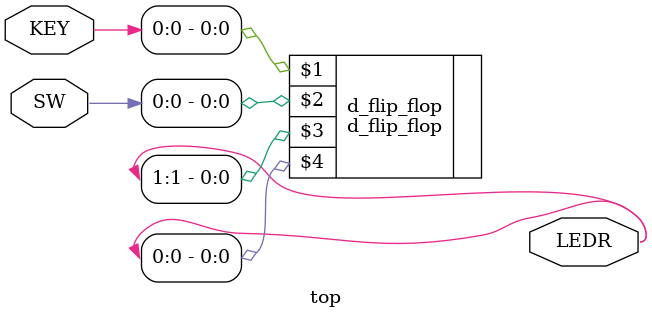
<source format=v>

module top (SW, KEY, LEDR);

    input wire [9:0] SW;        // DE-series switches
    input wire [3:0] KEY;       // DE-series pushbuttons

    output wire [9:0] LEDR;     // DE-series LEDs   

    d_flip_flop d_flip_flop (KEY[0], SW[0], LEDR[1], LEDR[0]);

endmodule


</source>
